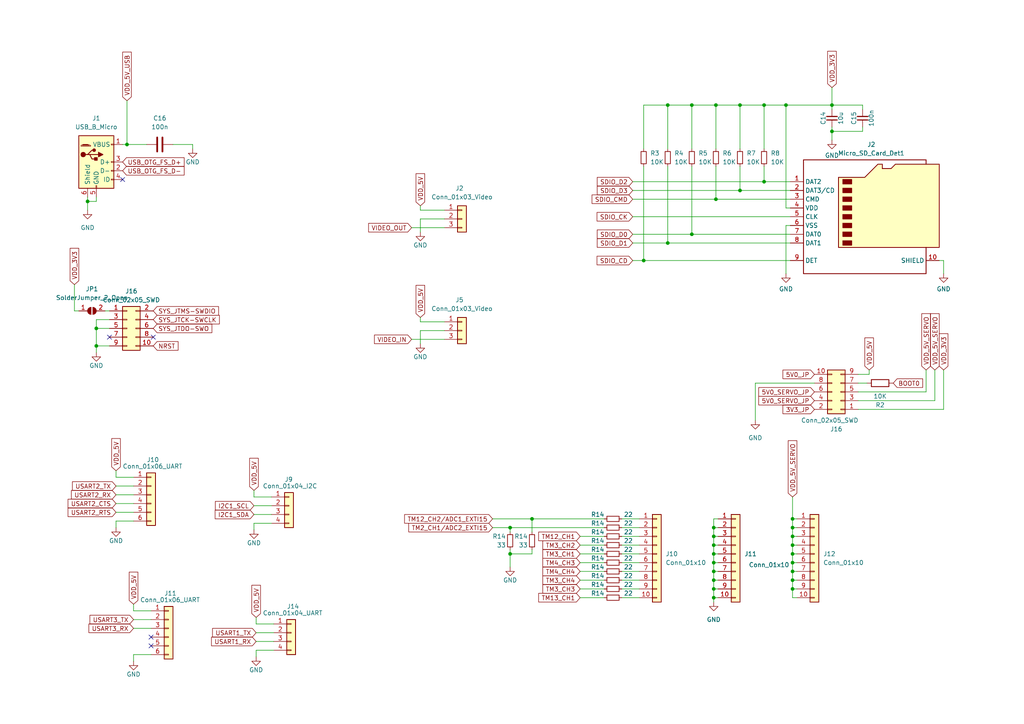
<source format=kicad_sch>
(kicad_sch (version 20230121) (generator eeschema)
  (paper "A4")
  (lib_symbols
    (symbol "Connector:Micro_SD_Card_Det1"
      (property "Reference" "J" (at -16.51 17.78 0))
      (property "Value" "Micro_SD_Card_Det1" (at 16.51 17.78 0))
      (symbol "Micro_SD_Card_Det1_0_1"
        (rectangle (start -7.62 -6.985) (end -5.08 -8.255) (stroke (width 0.254)) (fill (type outline)))
        (rectangle (start -7.62 -4.445) (end -5.08 -5.715) (stroke (width 0.254)) (fill (type outline)))
        (rectangle (start -7.62 -1.905) (end -5.08 -3.175) (stroke (width 0.254)) (fill (type outline)))
        (rectangle (start -7.62 0.635) (end -5.08 -0.635) (stroke (width 0.254)) (fill (type outline)))
        (rectangle (start -7.62 3.175) (end -5.08 1.905) (stroke (width 0.254)) (fill (type outline)))
        (rectangle (start -7.62 5.715) (end -5.08 4.445) (stroke (width 0.254)) (fill (type outline)))
        (rectangle (start -7.62 8.255) (end -5.08 6.985) (stroke (width 0.254)) (fill (type outline)))
        (rectangle (start -7.62 10.795) (end -5.08 9.525) (stroke (width 0.254)) (fill (type outline)))
        (polyline (pts (xy 16.51 15.24) (xy 16.51 16.51) (xy -19.05 16.51) (xy -19.05 -16.51) (xy 16.51 -16.51) (xy 16.51 -8.89)) (stroke (width 0.254)))
        (polyline (pts (xy -8.89 -8.89) (xy -8.89 11.43) (xy -1.27 11.43) (xy 2.54 15.24) (xy 3.81 15.24) (xy 3.81 13.97) (xy 6.35 13.97) (xy 7.62 15.24) (xy 20.32 15.24) (xy 20.32 -8.89) (xy -8.89 -8.89)) (stroke (width 0.254)) (fill (type background)))
      )
      (symbol "Micro_SD_Card_Det1_1_1"
        (pin bidirectional line (at -22.86 10.16 0) (length 3.81) (name "DAT2") (number "1"))
        (pin passive line (at 20.32 -12.7 180) (length 3.81) (name "SHIELD") (number "10"))
        (pin bidirectional line (at -22.86 7.62 0) (length 3.81) (name "DAT3/CD") (number "2"))
        (pin input line (at -22.86 5.08 0) (length 3.81) (name "CMD") (number "3"))
        (pin power_in line (at -22.86 2.54 0) (length 3.81) (name "VDD") (number "4"))
        (pin input line (at -22.86 0 0) (length 3.81) (name "CLK") (number "5"))
        (pin power_in line (at -22.86 -2.54 0) (length 3.81) (name "VSS") (number "6"))
        (pin bidirectional line (at -22.86 -5.08 0) (length 3.81) (name "DAT0") (number "7"))
        (pin bidirectional line (at -22.86 -7.62 0) (length 3.81) (name "DAT1") (number "8"))
        (pin passive line (at -22.86 -12.7 0) (length 3.81) (name "DET") (number "9"))
      )
    )
    (symbol "Connector:USB_B_Micro" (pin_names (offset 1.016))
      (property "Reference" "J1" (at 0 12.065 0))
      (property "Value" "USB_B_Micro" (at 0 9.525 0))
      (symbol "USB_B_Micro_0_1"
        (rectangle (start -5.08 7.62) (end 5.08 -7.62) (stroke (width 0.254)) (fill (type background)))
        (circle (center -3.81 2.159) (radius 0.635) (stroke (width 0.254)) (fill (type outline)))
        (circle (center -0.635 3.429) (radius 0.381) (stroke (width 0.254)) (fill (type outline)))
        (rectangle (start -0.127 -7.62) (end 0.127 -6.858))
        (polyline (pts (xy -1.905 2.159) (xy 0.635 2.159)) (stroke (width 0.254)))
        (polyline (pts (xy -3.175 2.159) (xy -2.54 2.159) (xy -1.27 3.429) (xy -0.635 3.429)) (stroke (width 0.254)))
        (polyline (pts (xy -2.54 2.159) (xy -1.905 2.159) (xy -1.27 0.889) (xy 0 0.889)) (stroke (width 0.254)))
        (polyline (pts (xy 0.635 2.794) (xy 0.635 1.524) (xy 1.905 2.159) (xy 0.635 2.794)) (stroke (width 0.254)) (fill (type outline)))
        (polyline (pts (xy -3.81 5.08) (xy -2.54 5.08) (xy -2.032 4.826) (xy -4.064 4.826) (xy -3.81 5.08)) (fill (type outline)))
        (polyline (pts (xy -3.81 5.08) (xy -3.81 5.08) (xy -4.445 4.826) (xy -4.445 4.572) (xy -1.651 4.572) (xy -1.651 4.826) (xy -2.54 5.08) (xy -2.54 5.08) (xy -3.81 5.08)))
        (rectangle (start 0.254 1.27) (end -0.508 0.508) (stroke (width 0.254)) (fill (type outline)))
        (rectangle (start 5.08 -5.207) (end 4.318 -4.953))
        (rectangle (start 5.08 -2.667) (end 4.318 -2.413))
        (rectangle (start 5.08 -0.127) (end 4.318 0.127))
        (rectangle (start 5.08 4.953) (end 4.318 5.207))
      )
      (symbol "USB_B_Micro_1_1"
        (pin power_out line (at 7.62 5.08 180) (length 2.54) (name "VBUS") (number "1"))
        (pin bidirectional line (at 7.62 -2.54 180) (length 2.54) (name "D-") (number "2"))
        (pin bidirectional line (at 7.62 0 180) (length 2.54) (name "D+") (number "3"))
        (pin passive line (at 7.62 -5.08 180) (length 2.54) (name "ID") (number "4"))
        (pin power_out line (at 0 -10.16 90) (length 2.54) (name "GND") (number "5"))
        (pin passive line (at -2.54 -10.16 90) (length 2.54) (name "Shield") (number "6"))
      )
    )
    (symbol "Connector_Generic:Conn_01x03" (pin_names (offset 1.016) hide)
      (property "Reference" "J" (at 0 5.08 0))
      (property "Value" "Conn_01x03" (at 0 -5.08 0))
      (symbol "Conn_01x03_1_1"
        (rectangle (start -1.27 -2.413) (end 0 -2.667) (stroke (width 0.1524)))
        (rectangle (start -1.27 0.127) (end 0 -0.127) (stroke (width 0.1524)))
        (rectangle (start -1.27 2.667) (end 0 2.413) (stroke (width 0.1524)))
        (rectangle (start -1.27 3.81) (end 1.27 -3.81) (stroke (width 0.254)) (fill (type background)))
        (pin passive line (at -5.08 2.54 0) (length 3.81) (name "Pin_1") (number "1"))
        (pin passive line (at -5.08 0 0) (length 3.81) (name "Pin_2") (number "2"))
        (pin passive line (at -5.08 -2.54 0) (length 3.81) (name "Pin_3") (number "3"))
      )
    )
    (symbol "Connector_Generic:Conn_01x04" (pin_names (offset 1.016) hide)
      (property "Reference" "J" (at 0 5.08 0))
      (property "Value" "Conn_01x04" (at 0 -7.62 0))
      (symbol "Conn_01x04_1_1"
        (rectangle (start -1.27 -4.953) (end 0 -5.207) (stroke (width 0.1524)))
        (rectangle (start -1.27 -2.413) (end 0 -2.667) (stroke (width 0.1524)))
        (rectangle (start -1.27 0.127) (end 0 -0.127) (stroke (width 0.1524)))
        (rectangle (start -1.27 2.667) (end 0 2.413) (stroke (width 0.1524)))
        (rectangle (start -1.27 3.81) (end 1.27 -6.35) (stroke (width 0.254)) (fill (type background)))
        (pin passive line (at -5.08 2.54 0) (length 3.81) (name "Pin_1") (number "1"))
        (pin passive line (at -5.08 0 0) (length 3.81) (name "Pin_2") (number "2"))
        (pin passive line (at -5.08 -2.54 0) (length 3.81) (name "Pin_3") (number "3"))
        (pin passive line (at -5.08 -5.08 0) (length 3.81) (name "Pin_4") (number "4"))
      )
    )
    (symbol "Connector_Generic:Conn_01x06" (pin_names (offset 1.016) hide)
      (property "Reference" "J" (at 0 7.62 0))
      (property "Value" "Conn_01x06" (at 0 -10.16 0))
      (symbol "Conn_01x06_1_1"
        (rectangle (start -1.27 -7.493) (end 0 -7.747) (stroke (width 0.1524)))
        (rectangle (start -1.27 -4.953) (end 0 -5.207) (stroke (width 0.1524)))
        (rectangle (start -1.27 -2.413) (end 0 -2.667) (stroke (width 0.1524)))
        (rectangle (start -1.27 0.127) (end 0 -0.127) (stroke (width 0.1524)))
        (rectangle (start -1.27 2.667) (end 0 2.413) (stroke (width 0.1524)))
        (rectangle (start -1.27 5.207) (end 0 4.953) (stroke (width 0.1524)))
        (rectangle (start -1.27 6.35) (end 1.27 -8.89) (stroke (width 0.254)) (fill (type background)))
        (pin passive line (at -5.08 5.08 0) (length 3.81) (name "Pin_1") (number "1"))
        (pin passive line (at -5.08 2.54 0) (length 3.81) (name "Pin_2") (number "2"))
        (pin passive line (at -5.08 0 0) (length 3.81) (name "Pin_3") (number "3"))
        (pin passive line (at -5.08 -2.54 0) (length 3.81) (name "Pin_4") (number "4"))
        (pin passive line (at -5.08 -5.08 0) (length 3.81) (name "Pin_5") (number "5"))
        (pin passive line (at -5.08 -7.62 0) (length 3.81) (name "Pin_6") (number "6"))
      )
    )
    (symbol "Connector_Generic:Conn_01x10" (pin_names (offset 1.016) hide)
      (property "Reference" "J" (at 0 12.7 0))
      (property "Value" "Conn_01x10" (at 0 -15.24 0))
      (symbol "Conn_01x10_1_1"
        (rectangle (start -1.27 -12.573) (end 0 -12.827) (stroke (width 0.1524)))
        (rectangle (start -1.27 -10.033) (end 0 -10.287) (stroke (width 0.1524)))
        (rectangle (start -1.27 -7.493) (end 0 -7.747) (stroke (width 0.1524)))
        (rectangle (start -1.27 -4.953) (end 0 -5.207) (stroke (width 0.1524)))
        (rectangle (start -1.27 -2.413) (end 0 -2.667) (stroke (width 0.1524)))
        (rectangle (start -1.27 0.127) (end 0 -0.127) (stroke (width 0.1524)))
        (rectangle (start -1.27 2.667) (end 0 2.413) (stroke (width 0.1524)))
        (rectangle (start -1.27 5.207) (end 0 4.953) (stroke (width 0.1524)))
        (rectangle (start -1.27 7.747) (end 0 7.493) (stroke (width 0.1524)))
        (rectangle (start -1.27 10.287) (end 0 10.033) (stroke (width 0.1524)))
        (rectangle (start -1.27 11.43) (end 1.27 -13.97) (stroke (width 0.254)) (fill (type background)))
        (pin passive line (at -5.08 10.16 0) (length 3.81) (name "Pin_1") (number "1"))
        (pin passive line (at -5.08 -12.7 0) (length 3.81) (name "Pin_10") (number "10"))
        (pin passive line (at -5.08 7.62 0) (length 3.81) (name "Pin_2") (number "2"))
        (pin passive line (at -5.08 5.08 0) (length 3.81) (name "Pin_3") (number "3"))
        (pin passive line (at -5.08 2.54 0) (length 3.81) (name "Pin_4") (number "4"))
        (pin passive line (at -5.08 0 0) (length 3.81) (name "Pin_5") (number "5"))
        (pin passive line (at -5.08 -2.54 0) (length 3.81) (name "Pin_6") (number "6"))
        (pin passive line (at -5.08 -5.08 0) (length 3.81) (name "Pin_7") (number "7"))
        (pin passive line (at -5.08 -7.62 0) (length 3.81) (name "Pin_8") (number "8"))
        (pin passive line (at -5.08 -10.16 0) (length 3.81) (name "Pin_9") (number "9"))
      )
    )
    (symbol "Connector_Generic:Conn_02x05_Odd_Even" (pin_names (offset 1.016) hide)
      (property "Reference" "J" (at 1.27 7.62 0))
      (property "Value" "Conn_02x05_Odd_Even" (at 1.27 -7.62 0))
      (symbol "Conn_02x05_Odd_Even_1_1"
        (rectangle (start -1.27 -4.953) (end 0 -5.207) (stroke (width 0.1524)))
        (rectangle (start -1.27 -2.413) (end 0 -2.667) (stroke (width 0.1524)))
        (rectangle (start -1.27 0.127) (end 0 -0.127) (stroke (width 0.1524)))
        (rectangle (start -1.27 2.667) (end 0 2.413) (stroke (width 0.1524)))
        (rectangle (start -1.27 5.207) (end 0 4.953) (stroke (width 0.1524)))
        (rectangle (start -1.27 6.35) (end 3.81 -6.35) (stroke (width 0.254)) (fill (type background)))
        (rectangle (start 3.81 -4.953) (end 2.54 -5.207) (stroke (width 0.1524)))
        (rectangle (start 3.81 -2.413) (end 2.54 -2.667) (stroke (width 0.1524)))
        (rectangle (start 3.81 0.127) (end 2.54 -0.127) (stroke (width 0.1524)))
        (rectangle (start 3.81 2.667) (end 2.54 2.413) (stroke (width 0.1524)))
        (rectangle (start 3.81 5.207) (end 2.54 4.953) (stroke (width 0.1524)))
        (pin passive line (at -5.08 5.08 0) (length 3.81) (name "Pin_1") (number "1"))
        (pin passive line (at 7.62 -5.08 180) (length 3.81) (name "Pin_10") (number "10"))
        (pin passive line (at 7.62 5.08 180) (length 3.81) (name "Pin_2") (number "2"))
        (pin passive line (at -5.08 2.54 0) (length 3.81) (name "Pin_3") (number "3"))
        (pin passive line (at 7.62 2.54 180) (length 3.81) (name "Pin_4") (number "4"))
        (pin passive line (at -5.08 0 0) (length 3.81) (name "Pin_5") (number "5"))
        (pin passive line (at 7.62 0 180) (length 3.81) (name "Pin_6") (number "6"))
        (pin passive line (at -5.08 -2.54 0) (length 3.81) (name "Pin_7") (number "7"))
        (pin passive line (at 7.62 -2.54 180) (length 3.81) (name "Pin_8") (number "8"))
        (pin passive line (at -5.08 -5.08 0) (length 3.81) (name "Pin_9") (number "9"))
      )
    )
    (symbol "Device:C" (pin_numbers hide) (pin_names (offset 0.254))
      (property "Reference" "C" (at 0.635 2.54 0))
      (property "Value" "C" (at 0.635 -2.54 0))
      (symbol "C_0_1"
        (polyline (pts (xy -2.032 -0.762) (xy 2.032 -0.762)) (stroke (width 0.508)))
        (polyline (pts (xy -2.032 0.762) (xy 2.032 0.762)) (stroke (width 0.508)))
      )
      (symbol "C_1_1"
        (pin passive line (at 0 3.81 270) (length 2.794) (name "~") (number "1"))
        (pin passive line (at 0 -3.81 90) (length 2.794) (name "~") (number "2"))
      )
    )
    (symbol "Device:C_Small" (pin_numbers hide) (pin_names (offset 0.254) hide)
      (property "Reference" "C" (at 0.254 1.778 0))
      (property "Value" "C_Small" (at 0.254 -2.032 0))
      (symbol "C_Small_0_1"
        (polyline (pts (xy -1.524 -0.508) (xy 1.524 -0.508)) (stroke (width 0.3302)))
        (polyline (pts (xy -1.524 0.508) (xy 1.524 0.508)) (stroke (width 0.3048)))
      )
      (symbol "C_Small_1_1"
        (pin passive line (at 0 2.54 270) (length 2.032) (name "~") (number "1"))
        (pin passive line (at 0 -2.54 90) (length 2.032) (name "~") (number "2"))
      )
    )
    (symbol "Device:R" (pin_numbers hide) (pin_names (offset 0))
      (property "Reference" "R" (at 2.032 0 90))
      (property "Value" "R" (at 0 0 90))
      (symbol "R_0_1"
        (rectangle (start -1.016 -2.54) (end 1.016 2.54) (stroke (width 0.254)))
      )
      (symbol "R_1_1"
        (pin passive line (at 0 3.81 270) (length 1.27) (name "~") (number "1"))
        (pin passive line (at 0 -3.81 90) (length 1.27) (name "~") (number "2"))
      )
    )
    (symbol "Device:R_Small" (pin_numbers hide) (pin_names (offset 0.254) hide)
      (property "Reference" "R" (at 0.762 0.508 0))
      (property "Value" "R_Small" (at 0.762 -1.016 0))
      (symbol "R_Small_0_1"
        (rectangle (start -0.762 1.778) (end 0.762 -1.778) (stroke (width 0.2032)))
      )
      (symbol "R_Small_1_1"
        (pin passive line (at 0 2.54 270) (length 0.762) (name "~") (number "1"))
        (pin passive line (at 0 -2.54 90) (length 0.762) (name "~") (number "2"))
      )
    )
    (symbol "Jumper:SolderJumper_2_Open" (pin_names (offset 0) hide)
      (property "Reference" "JP" (at 0 2.032 0))
      (property "Value" "SolderJumper_2_Open" (at 0 -2.54 0))
      (symbol "SolderJumper_2_Open_0_1"
        (arc (start -0.254 1.016) (mid -1.2656 0) (end -0.254 -1.016))
        (arc (start -0.254 1.016) (mid -1.2656 0) (end -0.254 -1.016) (fill (type outline)))
        (polyline (pts (xy -0.254 1.016) (xy -0.254 -1.016)))
        (polyline (pts (xy 0.254 1.016) (xy 0.254 -1.016)))
        (arc (start 0.254 -1.016) (mid 1.2656 0) (end 0.254 1.016))
        (arc (start 0.254 -1.016) (mid 1.2656 0) (end 0.254 1.016) (fill (type outline)))
      )
      (symbol "SolderJumper_2_Open_1_1"
        (pin passive line (at -3.81 0 0) (length 2.54) (name "A") (number "1"))
        (pin passive line (at 3.81 0 180) (length 2.54) (name "B") (number "2"))
      )
    )
    (symbol "power:GND" (power) (pin_names (offset 0))
      (property "Value" "GND" (at 0 -3.81 0))
      (symbol "GND_0_1"
        (polyline (pts (xy 0 0) (xy 0 -1.27) (xy 1.27 -1.27) (xy 0 -2.54) (xy -1.27 -1.27) (xy 0 -1.27)))
      )
      (symbol "GND_1_1"
        (pin power_in line (at 0 0 270) (length 0) hide (name "GND") (number "1"))
      )
    )
  )
  (junction (at 207.01 155.575))
  (junction (at 186.69 75.565))
  (junction (at 214.63 30.48))
  (junction (at 27.94 95.25))
  (junction (at 221.615 52.705))
  (junction (at 207.645 30.48))
  (junction (at 214.63 55.245))
  (junction (at 207.01 165.735))
  (junction (at 27.94 100.33))
  (junction (at 229.87 150.495))
  (junction (at 207.01 153.035))
  (junction (at 207.01 170.815))
  (junction (at 229.87 163.195))
  (junction (at 147.955 160.655))
  (junction (at 221.615 30.48))
  (junction (at 207.645 57.785))
  (junction (at 36.83 41.91))
  (junction (at 207.01 168.275))
  (junction (at 207.01 173.355))
  (junction (at 229.87 155.575))
  (junction (at 193.675 30.48))
  (junction (at 25.4 58.42))
  (junction (at 229.87 168.275))
  (junction (at 207.01 158.115))
  (junction (at 229.87 165.735))
  (junction (at 200.66 30.48))
  (junction (at 227.965 30.48))
  (junction (at 229.87 153.035))
  (junction (at 229.87 170.815))
  (junction (at 207.01 163.195))
  (junction (at 229.87 160.655))
  (junction (at 200.66 67.945))
  (junction (at 207.01 160.655))
  (junction (at 154.305 150.495))
  (junction (at 147.955 153.035))
  (junction (at 193.675 70.485))
  (junction (at 229.87 158.115))
  (junction (at 241.3 30.48))
  (junction (at 241.3 38.1))
  (no_connect (at 43.815 187.325))
  (no_connect (at 44.45 97.79))
  (no_connect (at 31.75 97.79))
  (no_connect (at 43.815 184.785))
  (no_connect (at 35.56 52.07))
  (wire (pts (xy 207.01 165.735) (xy 207.01 168.275)))
  (wire (pts (xy 207.01 153.035) (xy 208.28 153.035)))
  (wire (pts (xy 73.66 142.24) (xy 73.66 144.145)))
  (wire (pts (xy 227.965 65.405) (xy 229.235 65.405)))
  (wire (pts (xy 27.94 92.71) (xy 27.94 95.25)))
  (wire (pts (xy 229.87 168.275) (xy 229.87 170.815)))
  (wire (pts (xy 250.19 30.48) (xy 250.19 31.75)))
  (wire (pts (xy 273.685 75.565) (xy 273.685 79.375)))
  (wire (pts (xy 241.3 38.1) (xy 241.3 36.83)))
  (wire (pts (xy 273.685 107.315) (xy 273.685 118.745)))
  (wire (pts (xy 142.875 153.035) (xy 147.955 153.035)))
  (wire (pts (xy 221.615 52.705) (xy 229.235 52.705)))
  (wire (pts (xy 231.14 150.495) (xy 229.87 150.495)))
  (wire (pts (xy 221.615 30.48) (xy 227.965 30.48)))
  (wire (pts (xy 74.295 183.515) (xy 79.375 183.515)))
  (wire (pts (xy 229.87 170.815) (xy 231.14 170.815)))
  (wire (pts (xy 33.655 151.13) (xy 33.655 153.035)))
  (wire (pts (xy 154.305 160.655) (xy 154.305 159.385)))
  (wire (pts (xy 180.34 168.275) (xy 185.42 168.275)))
  (wire (pts (xy 207.01 163.195) (xy 208.28 163.195)))
  (wire (pts (xy 214.63 30.48) (xy 221.615 30.48)))
  (wire (pts (xy 183.515 55.245) (xy 214.63 55.245)))
  (wire (pts (xy 168.275 168.275) (xy 175.26 168.275)))
  (wire (pts (xy 183.515 57.785) (xy 207.645 57.785)))
  (wire (pts (xy 168.275 165.735) (xy 175.26 165.735)))
  (wire (pts (xy 221.615 43.18) (xy 221.615 30.48)))
  (wire (pts (xy 241.3 38.1) (xy 241.3 40.64)))
  (wire (pts (xy 25.4 58.42) (xy 25.4 60.96)))
  (wire (pts (xy 250.19 38.1) (xy 241.3 38.1)))
  (wire (pts (xy 229.87 160.655) (xy 229.87 163.195)))
  (wire (pts (xy 208.28 168.275) (xy 207.01 168.275)))
  (wire (pts (xy 121.92 59.69) (xy 121.92 60.96)))
  (wire (pts (xy 38.735 175.26) (xy 38.735 177.165)))
  (wire (pts (xy 241.3 31.75) (xy 241.3 30.48)))
  (wire (pts (xy 78.74 151.765) (xy 73.66 151.765)))
  (wire (pts (xy 272.415 75.565) (xy 273.685 75.565)))
  (wire (pts (xy 273.685 118.745) (xy 248.92 118.745)))
  (wire (pts (xy 207.01 150.495) (xy 207.01 153.035)))
  (wire (pts (xy 147.955 160.655) (xy 154.305 160.655)))
  (wire (pts (xy 271.145 116.205) (xy 271.145 107.315)))
  (wire (pts (xy 25.4 58.42) (xy 25.4 57.15)))
  (wire (pts (xy 38.735 151.13) (xy 33.655 151.13)))
  (wire (pts (xy 214.63 43.18) (xy 214.63 30.48)))
  (wire (pts (xy 55.88 41.91) (xy 50.165 41.91)))
  (wire (pts (xy 168.275 170.815) (xy 175.26 170.815)))
  (wire (pts (xy 27.94 57.15) (xy 27.94 58.42)))
  (wire (pts (xy 200.66 43.18) (xy 200.66 30.48)))
  (wire (pts (xy 74.295 179.07) (xy 74.295 180.975)))
  (wire (pts (xy 207.01 158.115) (xy 208.28 158.115)))
  (wire (pts (xy 248.92 116.205) (xy 271.145 116.205)))
  (wire (pts (xy 73.66 146.685) (xy 78.74 146.685)))
  (wire (pts (xy 21.59 82.55) (xy 21.59 90.17)))
  (wire (pts (xy 193.675 30.48) (xy 200.66 30.48)))
  (wire (pts (xy 207.01 155.575) (xy 207.01 158.115)))
  (wire (pts (xy 229.87 155.575) (xy 231.14 155.575)))
  (wire (pts (xy 73.66 144.145) (xy 78.74 144.145)))
  (wire (pts (xy 180.34 170.815) (xy 185.42 170.815)))
  (wire (pts (xy 33.655 143.51) (xy 38.735 143.51)))
  (wire (pts (xy 183.515 70.485) (xy 193.675 70.485)))
  (wire (pts (xy 208.28 170.815) (xy 207.01 170.815)))
  (wire (pts (xy 207.01 163.195) (xy 207.01 165.735)))
  (wire (pts (xy 38.735 179.705) (xy 43.815 179.705)))
  (wire (pts (xy 229.235 60.325) (xy 227.965 60.325)))
  (wire (pts (xy 241.3 30.48) (xy 250.19 30.48)))
  (wire (pts (xy 207.01 155.575) (xy 208.28 155.575)))
  (wire (pts (xy 214.63 55.245) (xy 229.235 55.245)))
  (wire (pts (xy 27.94 100.33) (xy 31.75 100.33)))
  (wire (pts (xy 74.295 186.055) (xy 79.375 186.055)))
  (wire (pts (xy 207.01 158.115) (xy 207.01 160.655)))
  (wire (pts (xy 193.675 43.18) (xy 193.675 30.48)))
  (wire (pts (xy 180.34 173.355) (xy 185.42 173.355)))
  (wire (pts (xy 180.34 155.575) (xy 185.42 155.575)))
  (wire (pts (xy 193.675 70.485) (xy 229.235 70.485)))
  (wire (pts (xy 119.38 98.425) (xy 128.905 98.425)))
  (wire (pts (xy 229.87 165.735) (xy 229.87 168.275)))
  (wire (pts (xy 200.66 30.48) (xy 207.645 30.48)))
  (wire (pts (xy 229.87 153.035) (xy 229.87 155.575)))
  (wire (pts (xy 121.92 93.345) (xy 128.905 93.345)))
  (wire (pts (xy 180.34 160.655) (xy 185.42 160.655)))
  (wire (pts (xy 168.275 158.115) (xy 175.26 158.115)))
  (wire (pts (xy 214.63 48.26) (xy 214.63 55.245)))
  (wire (pts (xy 229.87 163.195) (xy 231.14 163.195)))
  (wire (pts (xy 229.87 160.655) (xy 231.14 160.655)))
  (wire (pts (xy 227.965 30.48) (xy 241.3 30.48)))
  (wire (pts (xy 121.92 63.5) (xy 121.92 67.31)))
  (wire (pts (xy 193.675 48.26) (xy 193.675 70.485)))
  (wire (pts (xy 79.375 188.595) (xy 74.295 188.595)))
  (wire (pts (xy 207.01 170.815) (xy 207.01 173.355)))
  (wire (pts (xy 147.955 159.385) (xy 147.955 160.655)))
  (wire (pts (xy 119.38 66.04) (xy 128.905 66.04)))
  (wire (pts (xy 219.075 121.92) (xy 219.075 111.125)))
  (wire (pts (xy 121.92 60.96) (xy 128.905 60.96)))
  (wire (pts (xy 183.515 67.945) (xy 200.66 67.945)))
  (wire (pts (xy 186.69 43.18) (xy 186.69 30.48)))
  (wire (pts (xy 207.01 173.355) (xy 207.01 174.625)))
  (wire (pts (xy 121.92 92.075) (xy 121.92 93.345)))
  (wire (pts (xy 229.87 158.115) (xy 229.87 160.655)))
  (wire (pts (xy 183.515 52.705) (xy 221.615 52.705)))
  (wire (pts (xy 35.56 41.91) (xy 36.83 41.91)))
  (wire (pts (xy 186.69 48.26) (xy 186.69 75.565)))
  (wire (pts (xy 236.22 111.125) (xy 219.075 111.125)))
  (wire (pts (xy 183.515 62.865) (xy 229.235 62.865)))
  (wire (pts (xy 207.645 57.785) (xy 229.235 57.785)))
  (wire (pts (xy 147.955 164.465) (xy 147.955 160.655)))
  (wire (pts (xy 241.3 25.4) (xy 241.3 30.48)))
  (wire (pts (xy 73.66 149.225) (xy 78.74 149.225)))
  (wire (pts (xy 21.59 90.17) (xy 22.86 90.17)))
  (wire (pts (xy 27.94 95.25) (xy 31.75 95.25)))
  (wire (pts (xy 121.92 95.885) (xy 121.92 99.695)))
  (wire (pts (xy 128.905 63.5) (xy 121.92 63.5)))
  (wire (pts (xy 251.46 111.125) (xy 248.92 111.125)))
  (wire (pts (xy 268.605 113.665) (xy 268.605 107.315)))
  (wire (pts (xy 183.515 75.565) (xy 186.69 75.565)))
  (wire (pts (xy 229.87 158.115) (xy 231.14 158.115)))
  (wire (pts (xy 74.295 188.595) (xy 74.295 190.5)))
  (wire (pts (xy 221.615 48.26) (xy 221.615 52.705)))
  (wire (pts (xy 147.955 153.035) (xy 147.955 154.305)))
  (wire (pts (xy 27.94 100.33) (xy 27.94 102.235)))
  (wire (pts (xy 33.655 138.43) (xy 38.735 138.43)))
  (wire (pts (xy 229.87 150.495) (xy 229.87 153.035)))
  (wire (pts (xy 180.34 163.195) (xy 185.42 163.195)))
  (wire (pts (xy 27.94 95.25) (xy 27.94 100.33)))
  (wire (pts (xy 180.34 158.115) (xy 185.42 158.115)))
  (wire (pts (xy 229.87 144.145) (xy 229.87 150.495)))
  (wire (pts (xy 186.69 30.48) (xy 193.675 30.48)))
  (wire (pts (xy 208.28 150.495) (xy 207.01 150.495)))
  (wire (pts (xy 229.87 155.575) (xy 229.87 158.115)))
  (wire (pts (xy 207.01 153.035) (xy 207.01 155.575)))
  (wire (pts (xy 207.645 43.18) (xy 207.645 30.48)))
  (wire (pts (xy 33.655 140.97) (xy 38.735 140.97)))
  (wire (pts (xy 30.48 90.17) (xy 31.75 90.17)))
  (wire (pts (xy 147.955 153.035) (xy 175.26 153.035)))
  (wire (pts (xy 250.19 36.83) (xy 250.19 38.1)))
  (wire (pts (xy 227.965 79.375) (xy 227.965 65.405)))
  (wire (pts (xy 207.645 30.48) (xy 214.63 30.48)))
  (wire (pts (xy 154.305 150.495) (xy 175.26 150.495)))
  (wire (pts (xy 200.66 67.945) (xy 229.235 67.945)))
  (wire (pts (xy 231.14 173.355) (xy 229.87 173.355)))
  (wire (pts (xy 229.87 168.275) (xy 231.14 168.275)))
  (wire (pts (xy 248.92 113.665) (xy 268.605 113.665)))
  (wire (pts (xy 229.87 163.195) (xy 229.87 165.735)))
  (wire (pts (xy 180.34 150.495) (xy 185.42 150.495)))
  (wire (pts (xy 42.545 41.91) (xy 36.83 41.91)))
  (wire (pts (xy 27.94 58.42) (xy 25.4 58.42)))
  (wire (pts (xy 208.28 173.355) (xy 207.01 173.355)))
  (wire (pts (xy 38.735 189.865) (xy 38.735 191.77)))
  (wire (pts (xy 207.01 160.655) (xy 208.28 160.655)))
  (wire (pts (xy 229.87 165.735) (xy 231.14 165.735)))
  (wire (pts (xy 168.275 163.195) (xy 175.26 163.195)))
  (wire (pts (xy 31.75 92.71) (xy 27.94 92.71)))
  (wire (pts (xy 168.275 173.355) (xy 175.26 173.355)))
  (wire (pts (xy 55.88 41.91) (xy 55.88 43.18)))
  (wire (pts (xy 252.095 107.315) (xy 252.095 108.585)))
  (wire (pts (xy 168.275 155.575) (xy 175.26 155.575)))
  (wire (pts (xy 33.655 146.05) (xy 38.735 146.05)))
  (wire (pts (xy 33.655 148.59) (xy 38.735 148.59)))
  (wire (pts (xy 36.83 29.21) (xy 36.83 41.91)))
  (wire (pts (xy 43.815 189.865) (xy 38.735 189.865)))
  (wire (pts (xy 33.655 136.525) (xy 33.655 138.43)))
  (wire (pts (xy 154.305 150.495) (xy 154.305 154.305)))
  (wire (pts (xy 229.87 153.035) (xy 231.14 153.035)))
  (wire (pts (xy 142.875 150.495) (xy 154.305 150.495)))
  (wire (pts (xy 180.34 153.035) (xy 185.42 153.035)))
  (wire (pts (xy 186.69 75.565) (xy 229.235 75.565)))
  (wire (pts (xy 168.275 160.655) (xy 175.26 160.655)))
  (wire (pts (xy 207.645 48.26) (xy 207.645 57.785)))
  (wire (pts (xy 248.92 108.585) (xy 252.095 108.585)))
  (wire (pts (xy 200.66 48.26) (xy 200.66 67.945)))
  (wire (pts (xy 207.01 168.275) (xy 207.01 170.815)))
  (wire (pts (xy 38.735 177.165) (xy 43.815 177.165)))
  (wire (pts (xy 180.34 165.735) (xy 185.42 165.735)))
  (wire (pts (xy 207.01 160.655) (xy 207.01 163.195)))
  (wire (pts (xy 208.28 165.735) (xy 207.01 165.735)))
  (wire (pts (xy 38.735 182.245) (xy 43.815 182.245)))
  (wire (pts (xy 73.66 151.765) (xy 73.66 153.67)))
  (wire (pts (xy 229.87 170.815) (xy 229.87 173.355)))
  (wire (pts (xy 128.905 95.885) (xy 121.92 95.885)))
  (wire (pts (xy 227.965 30.48) (xy 227.965 60.325)))
  (wire (pts (xy 74.295 180.975) (xy 79.375 180.975)))
  (global_label "VDD_3V3" (shape input) (at 21.59 82.55 90) (property "Intersheetrefs" "${INTERSHEET_REFS}" (effects hide)))
  (global_label "VDD_3V3" (shape input) (at 273.685 107.315 90) (property "Intersheetrefs" "${INTERSHEET_REFS}" (effects hide)))
  (global_label "SYS_JTMS-SWDIO" (shape input) (at 44.45 90.17 0) (property "Intersheetrefs" "${INTERSHEET_REFS}" (effects hide)))
  (global_label "SDIO_D3" (shape input) (at 183.515 55.245 180) (property "Intersheetrefs" "${INTERSHEET_REFS}" (effects hide)))
  (global_label "TM13_CH1" (shape input) (at 168.275 173.355 180) (property "Intersheetrefs" "${INTERSHEET_REFS}" (effects hide)))
  (global_label "SDIO_D2" (shape input) (at 183.515 52.705 180) (property "Intersheetrefs" "${INTERSHEET_REFS}" (effects hide)))
  (global_label "VDD_5V" (shape input) (at 73.66 142.24 90) (property "Intersheetrefs" "${INTERSHEET_REFS}" (effects hide)))
  (global_label "USB_OTG_FS_D-" (shape input) (at 35.56 49.53 0) (property "Intersheetrefs" "${INTERSHEET_REFS}" (effects hide)))
  (global_label "VDD_5V_SERVO" (shape input) (at 271.145 107.315 90) (property "Intersheetrefs" "${INTERSHEET_REFS}" (effects hide)))
  (global_label "TM3_CH1" (shape input) (at 168.275 160.655 180) (property "Intersheetrefs" "${INTERSHEET_REFS}" (effects hide)))
  (global_label "I2C1_SCL" (shape input) (at 73.66 146.685 180) (property "Intersheetrefs" "${INTERSHEET_REFS}" (effects hide)))
  (global_label "SDIO_CMD" (shape input) (at 183.515 57.785 180) (property "Intersheetrefs" "${INTERSHEET_REFS}" (effects hide)))
  (global_label "VDD_5V" (shape input) (at 38.735 175.26 90) (property "Intersheetrefs" "${INTERSHEET_REFS}" (effects hide)))
  (global_label "BOOT0" (shape input) (at 259.08 111.125 0) (property "Intersheetrefs" "${INTERSHEET_REFS}" (effects hide)))
  (global_label "USART3_RX" (shape input) (at 38.735 182.245 180) (property "Intersheetrefs" "${INTERSHEET_REFS}" (effects hide)))
  (global_label "TM4_CH3" (shape input) (at 168.275 163.195 180) (property "Intersheetrefs" "${INTERSHEET_REFS}" (effects hide)))
  (global_label "5V0_SERVO_JP" (shape input) (at 236.22 116.205 180) (property "Intersheetrefs" "${INTERSHEET_REFS}" (effects hide)))
  (global_label "VDD_5V_SERVO" (shape input) (at 268.605 107.315 90) (property "Intersheetrefs" "${INTERSHEET_REFS}" (effects hide)))
  (global_label "VDD_5V" (shape input) (at 74.295 179.07 90) (property "Intersheetrefs" "${INTERSHEET_REFS}" (effects hide)))
  (global_label "TM12_CH1" (shape input) (at 168.275 155.575 180) (property "Intersheetrefs" "${INTERSHEET_REFS}" (effects hide)))
  (global_label "USART2_TX" (shape input) (at 33.655 140.97 180) (property "Intersheetrefs" "${INTERSHEET_REFS}" (effects hide)))
  (global_label "VIDEO_OUT" (shape input) (at 119.38 66.04 180) (property "Intersheetrefs" "${INTERSHEET_REFS}" (effects hide)))
  (global_label "TM3_CH2" (shape input) (at 168.275 158.115 180) (property "Intersheetrefs" "${INTERSHEET_REFS}" (effects hide)))
  (global_label "TM3_CH3" (shape input) (at 168.275 170.815 180) (property "Intersheetrefs" "${INTERSHEET_REFS}" (effects hide)))
  (global_label "USART2_RTS" (shape input) (at 33.655 148.59 180) (property "Intersheetrefs" "${INTERSHEET_REFS}" (effects hide)))
  (global_label "USART2_RX" (shape input) (at 33.655 143.51 180) (property "Intersheetrefs" "${INTERSHEET_REFS}" (effects hide)))
  (global_label "NRST" (shape input) (at 44.45 100.33 0) (property "Intersheetrefs" "${INTERSHEET_REFS}" (effects hide)))
  (global_label "VIDEO_IN" (shape input) (at 119.38 98.425 180) (property "Intersheetrefs" "${INTERSHEET_REFS}" (effects hide)))
  (global_label "SYS_JTDO-SWO" (shape input) (at 44.45 95.25 0) (property "Intersheetrefs" "${INTERSHEET_REFS}" (effects hide)))
  (global_label "VDD_5V_USB" (shape input) (at 36.83 29.21 90) (property "Intersheetrefs" "${INTERSHEET_REFS}" (effects hide)))
  (global_label "I2C1_SDA" (shape input) (at 73.66 149.225 180) (property "Intersheetrefs" "${INTERSHEET_REFS}" (effects hide)))
  (global_label "SDIO_CD" (shape input) (at 183.515 75.565 180) (property "Intersheetrefs" "${INTERSHEET_REFS}" (effects hide)))
  (global_label "TM3_CH4" (shape input) (at 168.275 168.275 180) (property "Intersheetrefs" "${INTERSHEET_REFS}" (effects hide)))
  (global_label "VDD_3V3" (shape input) (at 241.3 25.4 90) (property "Intersheetrefs" "${INTERSHEET_REFS}" (effects hide)))
  (global_label "TM12_CH2{slash}ADC1_EXTI15" (shape input) (at 142.875 150.495 180) (property "Intersheetrefs" "${INTERSHEET_REFS}" (effects hide)))
  (global_label "TM2_CH1{slash}ADC2_EXTI15" (shape input) (at 142.875 153.035 180) (property "Intersheetrefs" "${INTERSHEET_REFS}" (effects hide)))
  (global_label "SDIO_D0" (shape input) (at 183.515 67.945 180) (property "Intersheetrefs" "${INTERSHEET_REFS}" (effects hide)))
  (global_label "USART1_RX" (shape input) (at 74.295 186.055 180) (property "Intersheetrefs" "${INTERSHEET_REFS}" (effects hide)))
  (global_label "VDD_5V" (shape input) (at 121.92 92.075 90) (property "Intersheetrefs" "${INTERSHEET_REFS}" (effects hide)))
  (global_label "VDD_5V" (shape input) (at 121.92 59.69 90) (property "Intersheetrefs" "${INTERSHEET_REFS}" (effects hide)))
  (global_label "5V0_JP" (shape input) (at 236.22 108.585 180) (property "Intersheetrefs" "${INTERSHEET_REFS}" (effects hide)))
  (global_label "USART1_TX" (shape input) (at 74.295 183.515 180) (property "Intersheetrefs" "${INTERSHEET_REFS}" (effects hide)))
  (global_label "3V3_JP" (shape input) (at 236.22 118.745 180) (property "Intersheetrefs" "${INTERSHEET_REFS}" (effects hide)))
  (global_label "USART3_TX" (shape input) (at 38.735 179.705 180) (property "Intersheetrefs" "${INTERSHEET_REFS}" (effects hide)))
  (global_label "5V0_SERVO_JP" (shape input) (at 236.22 113.665 180) (property "Intersheetrefs" "${INTERSHEET_REFS}" (effects hide)))
  (global_label "SDIO_CK" (shape input) (at 183.515 62.865 180) (property "Intersheetrefs" "${INTERSHEET_REFS}" (effects hide)))
  (global_label "SDIO_D1" (shape input) (at 183.515 70.485 180) (property "Intersheetrefs" "${INTERSHEET_REFS}" (effects hide)))
  (global_label "SYS_JTCK-SWCLK" (shape input) (at 44.45 92.71 0) (property "Intersheetrefs" "${INTERSHEET_REFS}" (effects hide)))
  (global_label "VDD_5V" (shape input) (at 252.095 107.315 90) (property "Intersheetrefs" "${INTERSHEET_REFS}" (effects hide)))
  (global_label "USB_OTG_FS_D+" (shape input) (at 35.56 46.99 0) (property "Intersheetrefs" "${INTERSHEET_REFS}" (effects hide)))
  (global_label "TM4_CH4" (shape input) (at 168.275 165.735 180) (property "Intersheetrefs" "${INTERSHEET_REFS}" (effects hide)))
  (global_label "VDD_5V_SERVO" (shape input) (at 229.87 144.145 90) (property "Intersheetrefs" "${INTERSHEET_REFS}" (effects hide)))
  (global_label "USART2_CTS" (shape input) (at 33.655 146.05 180) (property "Intersheetrefs" "${INTERSHEET_REFS}" (effects hide)))
  (global_label "VDD_5V" (shape input) (at 33.655 136.525 90) (property "Intersheetrefs" "${INTERSHEET_REFS}" (effects hide)))
  (symbol (lib_id "Device:C_Small") (at 241.3 34.29 180) (unit 1)
    (property "Reference" "C14" (at 238.76 34.29 90))
    (property "Value" "10u" (at 243.84 34.29 90))
    (property "Footprint" "Capacitor_SMD:C_0603_1608Metric" (effects hide))
    (instances (project "Penguin Junior" (path "" (reference "C14") (unit 1)) (path "" (reference "C23") (unit 1))))
  )
  (symbol (lib_id "Device:R_Small") (at 177.8 170.815 90) (unit 1)
    (property "Reference" "R14" (at 173.355 169.545 90))
    (property "Value" "22" (at 182.245 169.545 90))
    (property "Footprint" "Resistor_SMD:R_0402_1005Metric" (effects hide))
    (instances (project "connectors" (path "" (reference "R14") (unit 1))) (project "2.0" (path "" (reference "R23") (unit 1))) (project "Penguin Junior" (path "" (reference "R25") (unit 1))))
  )
  (symbol (lib_id "Connector_Generic:Conn_01x03") (at 133.985 63.5 0) (unit 1)
    (property "Reference" "J2" (at 132.08 54.61 0) (effects (justify left)))
    (property "Value" "Conn_01x03_Video" (at 125.095 57.15 0) (effects (justify left)))
    (property "Footprint" "user_lib:Molex_PicoBlade_53047-0310_1x03_P1.25mm_Vertical" (effects hide))
    (instances (project "2.0" (path "" (reference "J2") (unit 1))) (project "Penguin Junior" (path "" (reference "J4") (unit 1))))
  )
  (symbol (lib_id "Device:R_Small") (at 186.69 45.72 0) (unit 1)
    (property "Reference" "R3" (at 188.595 44.45 0) (effects (justify left)))
    (property "Value" "10K" (at 188.595 46.99 0) (effects (justify left)))
    (property "Footprint" "Resistor_SMD:R_0402_1005Metric" (effects hide))
    (instances (project "Penguin Junior" (path "" (reference "R3") (unit 1)) (path "" (reference "R10") (unit 1))))
  )
  (symbol (lib_id "Device:R_Small") (at 177.8 153.035 90) (unit 1)
    (property "Reference" "R14" (at 173.355 151.765 90))
    (property "Value" "22" (at 182.245 151.765 90))
    (property "Footprint" "Resistor_SMD:R_0402_1005Metric" (effects hide))
    (instances (project "connectors" (path "" (reference "R14") (unit 1))) (project "2.0" (path "" (reference "R23") (unit 1))) (project "Penguin Junior" (path "" (reference "R22") (unit 1))))
  )
  (symbol (lib_id "power:GND") (at 74.295 190.5 0) (unit 1)
    (property "Reference" "#PWR025" (effects hide))
    (property "Value" "GND" (at 74.295 194.31 0))
    (instances (project "2.0" (path "" (reference "#PWR025") (unit 1))) (project "Penguin Junior" (path "" (reference "#PWR029") (unit 1))))
  )
  (symbol (lib_id "Device:R_Small") (at 177.8 158.115 90) (unit 1)
    (property "Reference" "R14" (at 173.355 156.845 90))
    (property "Value" "22" (at 182.245 156.845 90))
    (property "Footprint" "Resistor_SMD:R_0402_1005Metric" (effects hide))
    (instances (project "connectors" (path "" (reference "R14") (unit 1))) (project "2.0" (path "" (reference "R23") (unit 1))) (project "Penguin Junior" (path "" (reference "R19") (unit 1))))
  )
  (symbol (lib_id "power:GND") (at 207.01 174.625 0) (unit 1)
    (property "Reference" "#PWR028" (effects hide))
    (property "Value" "GND" (at 207.01 179.705 0))
  )
  (symbol (lib_id "Device:R_Small") (at 154.305 156.845 180) (unit 1)
    (property "Reference" "R14" (at 151.13 155.575 0))
    (property "Value" "33" (at 151.765 158.115 0))
    (property "Footprint" "Resistor_SMD:R_0402_1005Metric" (effects hide))
    (instances (project "connectors" (path "" (reference "R14") (unit 1))) (project "2.0" (path "" (reference "R23") (unit 1))) (project "Penguin Junior" (path "" (reference "R38") (unit 1))))
  )
  (symbol (lib_id "power:GND") (at 121.92 67.31 0) (unit 1)
    (property "Reference" "#PWR014" (effects hide))
    (property "Value" "GND" (at 121.92 71.12 0))
    (instances (project "2.0" (path "" (reference "#PWR014") (unit 1))) (project "Penguin Junior" (path "" (reference "#PWR020") (unit 1))))
  )
  (symbol (lib_id "Device:C") (at 46.355 41.91 90) (unit 1)
    (property "Reference" "C16" (at 46.355 34.29 90))
    (property "Value" "100n" (at 46.355 36.83 90))
    (property "Footprint" "Capacitor_SMD:C_0402_1005Metric" (effects hide))
    (instances (project "Penguin Junior" (path "" (reference "C16") (unit 1)) (path "" (reference "C25") (unit 1))))
  )
  (symbol (lib_id "Device:R_Small") (at 221.615 45.72 180) (unit 1)
    (property "Reference" "R8" (at 223.52 44.45 0) (effects (justify right)))
    (property "Value" "10K" (at 223.52 46.99 0) (effects (justify right)))
    (property "Footprint" "Resistor_SMD:R_0402_1005Metric" (effects hide))
    (instances (project "Penguin Junior" (path "" (reference "R8") (unit 1)) (path "" (reference "R15") (unit 1))))
  )
  (symbol (lib_id "power:GND") (at 33.655 153.035 0) (unit 1)
    (property "Reference" "#PWR021" (effects hide))
    (property "Value" "GND" (at 33.655 156.845 0))
    (instances (project "2.0" (path "" (reference "#PWR021") (unit 1))) (project "Penguin Junior" (path "" (reference "#PWR026") (unit 1))))
  )
  (symbol (lib_id "Connector_Generic:Conn_01x04") (at 84.455 183.515 0) (unit 1)
    (property "Reference" "J14" (at 83.185 175.895 0) (effects (justify left)))
    (property "Value" "Conn_01x04_UART" (at 76.2 177.8 0) (effects (justify left)))
    (property "Footprint" "user_lib:Molex_PicoBlade_53047-0410_1x04_P1.25mm_Vertical" (effects hide))
  )
  (symbol (lib_id "Device:R") (at 255.27 111.125 270) (unit 1)
    (property "Reference" "R2" (at 255.27 117.475 90))
    (property "Value" "10K" (at 255.27 114.935 90))
    (property "Footprint" "Resistor_SMD:R_0402_1005Metric" (effects hide))
    (instances (project "Penguin Junior" (path "" (reference "R2") (unit 1)) (path "" (reference "R16") (unit 1))))
  )
  (symbol (lib_id "power:GND") (at 219.075 121.92 0) (mirror y) (unit 1)
    (property "Reference" "#PWR011" (effects hide))
    (property "Value" "GND" (at 219.075 127 0))
    (instances (project "Penguin Junior" (path "" (reference "#PWR011") (unit 1)) (path "" (reference "#PWR025") (unit 1))))
  )
  (symbol (lib_id "power:GND") (at 241.3 40.64 0) (unit 1)
    (property "Reference" "#PWR09" (effects hide))
    (property "Value" "GND" (at 241.3 45.085 0))
    (instances (project "Penguin Junior" (path "" (reference "#PWR09") (unit 1)) (path "" (reference "#PWR017") (unit 1))))
  )
  (symbol (lib_id "Connector_Generic:Conn_01x10") (at 236.22 160.655 0) (unit 1)
    (property "Reference" "J12" (at 238.76 160.655 0) (effects (justify left)))
    (property "Value" "Conn_01x10" (at 238.76 163.195 0) (effects (justify left)))
    (property "Footprint" "Connector_PinHeader_2.54mm:PinHeader_1x10_P2.54mm_Vertical" (effects hide))
  )
  (symbol (lib_id "power:GND") (at 73.66 153.67 0) (unit 1)
    (property "Reference" "#PWR020" (effects hide))
    (property "Value" "GND" (at 73.66 157.48 0))
    (instances (project "2.0" (path "" (reference "#PWR020") (unit 1))) (project "Penguin Junior" (path "" (reference "#PWR027") (unit 1))))
  )
  (symbol (lib_id "power:GND") (at 227.965 79.375 0) (unit 1)
    (property "Reference" "#PWR07" (effects hide))
    (property "Value" "GND" (at 227.965 83.82 0))
    (instances (project "Penguin Junior" (path "" (reference "#PWR07") (unit 1)) (path "" (reference "#PWR021") (unit 1))))
  )
  (symbol (lib_id "Device:R_Small") (at 147.955 156.845 0) (unit 1)
    (property "Reference" "R14" (at 144.78 155.575 0))
    (property "Value" "33" (at 145.415 158.115 0))
    (property "Footprint" "Resistor_SMD:R_0402_1005Metric" (effects hide))
    (instances (project "connectors" (path "" (reference "R14") (unit 1))) (project "2.0" (path "" (reference "R23") (unit 1))) (project "Penguin Junior" (path "" (reference "R37") (unit 1))))
  )
  (symbol (lib_id "Jumper:SolderJumper_2_Open") (at 26.67 90.17 0) (unit 1)
    (property "Reference" "JP1" (at 26.67 83.82 0))
    (property "Value" "SolderJumper_2_Open" (at 26.67 86.36 0))
    (property "Footprint" "Jumper:SolderJumper-2_P1.3mm_Open_Pad1.0x1.5mm" (effects hide))
  )
  (symbol (lib_id "Connector_Generic:Conn_02x05_Odd_Even") (at 243.84 113.665 180) (unit 1)
    (property "Reference" "J16" (at 242.57 124.46 0))
    (property "Value" "Conn_02x05_SWD" (at 240.665 121.92 0))
    (property "Footprint" "Connector_PinHeader_1.27mm:PinHeader_2x05_P1.27mm_Vertical" (effects hide))
    (instances (project "2.0" (path "" (reference "J16") (unit 1))) (project "Penguin Junior" (path "" (reference "J3") (unit 1)) (path "" (reference "J7") (unit 1))))
  )
  (symbol (lib_id "power:GND") (at 147.955 164.465 0) (unit 1)
    (property "Reference" "#PWR025" (effects hide))
    (property "Value" "GND" (at 147.955 168.275 0))
    (instances (project "2.0" (path "" (reference "#PWR025") (unit 1))) (project "Penguin Junior" (path "" (reference "#PWR018") (unit 1))))
  )
  (symbol (lib_id "Device:R_Small") (at 177.8 155.575 90) (unit 1)
    (property "Reference" "R14" (at 173.355 154.305 90))
    (property "Value" "22" (at 182.245 154.305 90))
    (property "Footprint" "Resistor_SMD:R_0402_1005Metric" (effects hide))
    (instances (project "connectors" (path "" (reference "R14") (unit 1))) (project "2.0" (path "" (reference "R23") (unit 1))) (project "Penguin Junior" (path "" (reference "R18") (unit 1))))
  )
  (symbol (lib_id "Device:C_Small") (at 250.19 34.29 180) (unit 1)
    (property "Reference" "C15" (at 247.65 34.29 90))
    (property "Value" "100n" (at 252.73 34.29 90))
    (property "Footprint" "Capacitor_SMD:C_0402_1005Metric" (effects hide))
    (instances (project "Penguin Junior" (path "" (reference "C15") (unit 1)) (path "" (reference "C24") (unit 1))))
  )
  (symbol (lib_id "Device:R_Small") (at 177.8 168.275 90) (unit 1)
    (property "Reference" "R14" (at 173.355 167.005 90))
    (property "Value" "22" (at 182.245 167.005 90))
    (property "Footprint" "Resistor_SMD:R_0402_1005Metric" (effects hide))
    (instances (project "connectors" (path "" (reference "R14") (unit 1))) (project "2.0" (path "" (reference "R23") (unit 1))) (project "Penguin Junior" (path "" (reference "R24") (unit 1))))
  )
  (symbol (lib_id "Connector_Generic:Conn_01x03") (at 133.985 95.885 0) (unit 1)
    (property "Reference" "J5" (at 132.08 86.995 0) (effects (justify left)))
    (property "Value" "Conn_01x03_Video" (at 125.095 89.535 0) (effects (justify left)))
    (property "Footprint" "user_lib:Molex_PicoBlade_53047-0310_1x03_P1.25mm_Vertical" (effects hide))
    (instances (project "2.0" (path "" (reference "J5") (unit 1))) (project "Penguin Junior" (path "" (reference "J6") (unit 1))))
  )
  (symbol (lib_id "Device:R_Small") (at 177.8 163.195 90) (unit 1)
    (property "Reference" "R14" (at 173.355 161.925 90))
    (property "Value" "22" (at 182.245 161.925 90))
    (property "Footprint" "Resistor_SMD:R_0402_1005Metric" (effects hide))
    (instances (project "connectors" (path "" (reference "R14") (unit 1))) (project "2.0" (path "" (reference "R23") (unit 1))) (project "Penguin Junior" (path "" (reference "R20") (unit 1))))
  )
  (symbol (lib_id "Device:R_Small") (at 207.645 45.72 0) (unit 1)
    (property "Reference" "R6" (at 209.55 44.45 0) (effects (justify left)))
    (property "Value" "10K" (at 209.55 46.99 0) (effects (justify left)))
    (property "Footprint" "Resistor_SMD:R_0402_1005Metric" (effects hide))
    (instances (project "Penguin Junior" (path "" (reference "R6") (unit 1)) (path "" (reference "R13") (unit 1))))
  )
  (symbol (lib_id "Connector_Generic:Conn_01x04") (at 83.82 146.685 0) (unit 1)
    (property "Reference" "J9" (at 82.55 139.065 0) (effects (justify left)))
    (property "Value" "Conn_01x04_I2C" (at 76.2 140.97 0) (effects (justify left)))
    (property "Footprint" "user_lib:Molex_PicoBlade_53047-0410_1x04_P1.25mm_Vertical" (effects hide))
  )
  (symbol (lib_id "power:GND") (at 27.94 102.235 0) (unit 1)
    (property "Reference" "#PWR027" (effects hide))
    (property "Value" "GND" (at 27.94 106.045 0))
    (instances (project "2.0" (path "" (reference "#PWR027") (unit 1))) (project "Penguin Junior" (path "" (reference "#PWR013") (unit 1)) (path "" (reference "#PWR024") (unit 1))))
  )
  (symbol (lib_id "Connector_Generic:Conn_01x10") (at 190.5 160.655 0) (unit 1)
    (property "Reference" "J10" (at 193.04 160.655 0) (effects (justify left)))
    (property "Value" "Conn_01x10" (at 193.04 163.195 0) (effects (justify left)))
    (property "Footprint" "Connector_PinHeader_2.54mm:PinHeader_1x10_P2.54mm_Vertical" (effects hide))
  )
  (symbol (lib_id "Connector_Generic:Conn_01x06") (at 43.815 143.51 0) (unit 1)
    (property "Reference" "J10" (at 42.545 133.35 0) (effects (justify left)))
    (property "Value" "Conn_01x06_UART" (at 35.56 135.255 0) (effects (justify left)))
    (property "Footprint" "user_lib:Molex_PicoBlade_53047-0610_1x06_P1.25mm_Vertical" (effects hide))
    (instances (project "2.0" (path "" (reference "J10") (unit 1))) (project "Penguin Junior" (path "" (reference "J8") (unit 1))))
  )
  (symbol (lib_id "power:GND") (at 25.4 60.96 0) (unit 1)
    (property "Reference" "#PWR011" (effects hide))
    (property "Value" "GND" (at 25.4 66.04 0))
    (instances (project "Penguin Junior" (path "" (reference "#PWR011") (unit 1)) (path "" (reference "#PWR019") (unit 1))))
  )
  (symbol (lib_id "Connector:Micro_SD_Card_Det1") (at 252.095 62.865 0) (unit 1)
    (property "Reference" "J2" (at 252.73 41.91 0))
    (property "Value" "Micro_SD_Card_Det1" (at 252.73 44.45 0))
    (property "Footprint" "sd:TF01A" (effects hide))
    (property "Datasheet" "https://datasheet.lcsc.com/lcsc/2110151630_XKB-Connectivity-XKTF-015-N_C381082.pdf" (effects hide))
    (instances (project "Penguin Junior" (path "" (reference "J2") (unit 1)) (path "" (reference "J3") (unit 1))))
  )
  (symbol (lib_id "Device:R_Small") (at 193.675 45.72 0) (unit 1)
    (property "Reference" "R4" (at 195.58 44.45 0) (effects (justify left)))
    (property "Value" "10K" (at 195.58 46.99 0) (effects (justify left)))
    (property "Footprint" "Resistor_SMD:R_0402_1005Metric" (effects hide))
    (instances (project "Penguin Junior" (path "" (reference "R4") (unit 1)) (path "" (reference "R11") (unit 1))))
  )
  (symbol (lib_id "Connector_Generic:Conn_02x05_Odd_Even") (at 36.83 95.25 0) (unit 1)
    (property "Reference" "J16" (at 38.1 84.455 0))
    (property "Value" "Conn_02x05_SWD" (at 38.1 86.995 0))
    (property "Footprint" "Connector_PinHeader_1.27mm:PinHeader_2x05_P1.27mm_Vertical" (effects hide))
    (instances (project "2.0" (path "" (reference "J16") (unit 1))) (project "Penguin Junior" (path "" (reference "J3") (unit 1)) (path "" (reference "J5") (unit 1))))
  )
  (symbol (lib_id "Connector:USB_B_Micro") (at 27.94 46.99 0) (unit 1)
    (property "Reference" "J1" (at 27.94 34.29 0))
    (property "Value" "USB_B_Micro" (at 27.94 36.83 0))
    (property "Footprint" "user_lib:U-F-M5DD-W-2-SUS" (effects hide))
    (instances (project "Penguin Junior" (path "" (reference "J1") (unit 1)) (path "" (reference "J2") (unit 1))))
  )
  (symbol (lib_id "Device:R_Small") (at 177.8 173.355 90) (unit 1)
    (property "Reference" "R14" (at 173.355 172.085 90))
    (property "Value" "22" (at 182.245 172.085 90))
    (property "Footprint" "Resistor_SMD:R_0402_1005Metric" (effects hide))
    (instances (project "connectors" (path "" (reference "R14") (unit 1))) (project "2.0" (path "" (reference "R23") (unit 1))) (project "Penguin Junior" (path "" (reference "R26") (unit 1))))
  )
  (symbol (lib_id "Device:R_Small") (at 200.66 45.72 0) (unit 1)
    (property "Reference" "R5" (at 202.565 44.45 0) (effects (justify left)))
    (property "Value" "10K" (at 202.565 46.99 0) (effects (justify left)))
    (property "Footprint" "Resistor_SMD:R_0402_1005Metric" (effects hide))
    (instances (project "Penguin Junior" (path "" (reference "R5") (unit 1)) (path "" (reference "R12") (unit 1))))
  )
  (symbol (lib_id "Connector_Generic:Conn_01x06") (at 48.895 182.245 0) (unit 1)
    (property "Reference" "J11" (at 47.625 172.085 0) (effects (justify left)))
    (property "Value" "Conn_01x06_UART" (at 40.64 173.99 0) (effects (justify left)))
    (property "Footprint" "user_lib:Molex_PicoBlade_53047-0610_1x06_P1.25mm_Vertical" (effects hide))
    (instances (project "2.0" (path "" (reference "J11") (unit 1))) (project "Penguin Junior" (path "" (reference "J13") (unit 1))))
  )
  (symbol (lib_id "Connector_Generic:Conn_01x10") (at 213.36 160.655 0) (unit 1)
    (property "Reference" "J11" (at 215.9 160.655 0) (effects (justify left)))
    (property "Value" "Conn_01x10" (at 217.17 163.83 0) (effects (justify left)))
    (property "Footprint" "Connector_PinHeader_2.54mm:PinHeader_1x10_P2.54mm_Vertical" (effects hide))
  )
  (symbol (lib_id "Device:R_Small") (at 177.8 150.495 90) (unit 1)
    (property "Reference" "R14" (at 173.355 149.225 90))
    (property "Value" "22" (at 182.245 149.225 90))
    (property "Footprint" "Resistor_SMD:R_0402_1005Metric" (effects hide))
    (instances (project "connectors" (path "" (reference "R14") (unit 1))) (project "2.0" (path "" (reference "R23") (unit 1))) (project "Penguin Junior" (path "" (reference "R17") (unit 1))))
  )
  (symbol (lib_id "power:GND") (at 121.92 99.695 0) (unit 1)
    (property "Reference" "#PWR018" (effects hide))
    (property "Value" "GND" (at 121.92 103.505 0))
    (instances (project "2.0" (path "" (reference "#PWR018") (unit 1))) (project "Penguin Junior" (path "" (reference "#PWR023") (unit 1))))
  )
  (symbol (lib_id "Device:R_Small") (at 214.63 45.72 0) (unit 1)
    (property "Reference" "R7" (at 216.535 44.45 0) (effects (justify left)))
    (property "Value" "10K" (at 216.535 46.99 0) (effects (justify left)))
    (property "Footprint" "Resistor_SMD:R_0402_1005Metric" (effects hide))
    (instances (project "Penguin Junior" (path "" (reference "R7") (unit 1)) (path "" (reference "R14") (unit 1))))
  )
  (symbol (lib_id "power:GND") (at 55.88 43.18 0) (unit 1)
    (property "Reference" "#PWR010" (effects hide))
    (property "Value" "GND" (at 55.88 46.99 0))
    (instances (project "Penguin Junior" (path "" (reference "#PWR010") (unit 1)) (path "" (reference "#PWR016") (unit 1))))
  )
  (symbol (lib_id "power:GND") (at 38.735 191.77 0) (unit 1)
    (property "Reference" "#PWR022" (effects hide))
    (property "Value" "GND" (at 38.735 195.58 0))
    (instances (project "2.0" (path "" (reference "#PWR022") (unit 1))) (project "Penguin Junior" (path "" (reference "#PWR030") (unit 1))))
  )
  (symbol (lib_id "power:GND") (at 273.685 79.375 0) (unit 1)
    (property "Reference" "#PWR08" (effects hide))
    (property "Value" "GND" (at 273.685 83.82 0))
    (instances (project "Penguin Junior" (path "" (reference "#PWR08") (unit 1)) (path "" (reference "#PWR022") (unit 1))))
  )
  (symbol (lib_id "Device:R_Small") (at 177.8 160.655 90) (unit 1)
    (property "Reference" "R14" (at 173.355 159.385 90))
    (property "Value" "22" (at 182.245 159.385 90))
    (property "Footprint" "Resistor_SMD:R_0402_1005Metric" (effects hide))
    (instances (project "connectors" (path "" (reference "R14") (unit 1))) (project "2.0" (path "" (reference "R23") (unit 1))) (project "Penguin Junior" (path "" (reference "R23") (unit 1))))
  )
  (symbol (lib_id "Device:R_Small") (at 177.8 165.735 90) (unit 1)
    (property "Reference" "R14" (at 173.355 164.465 90))
    (property "Value" "22" (at 182.245 164.465 90))
    (property "Footprint" "Resistor_SMD:R_0402_1005Metric" (effects hide))
    (instances (project "connectors" (path "" (reference "R14") (unit 1))) (project "2.0" (path "" (reference "R23") (unit 1))) (project "Penguin Junior" (path "" (reference "R21") (unit 1))))
  )
)
</source>
